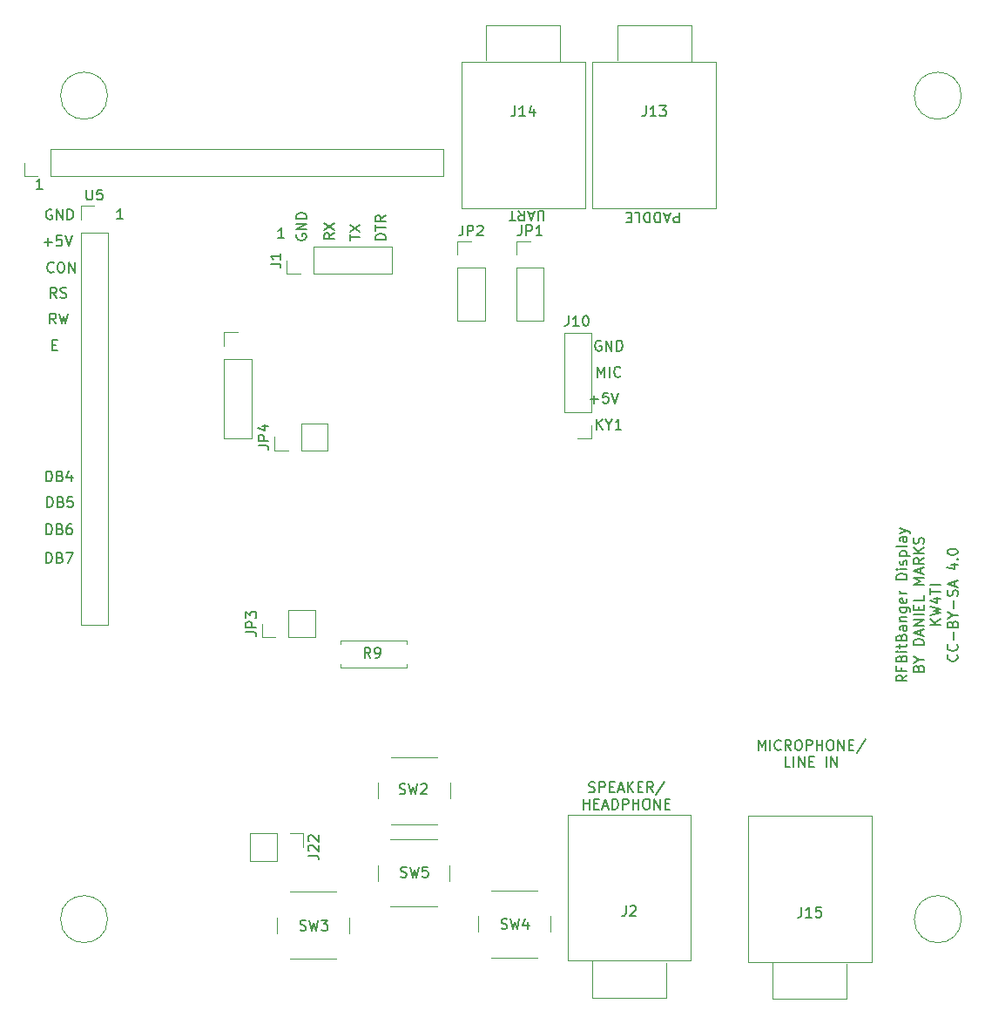
<source format=gbr>
G04 #@! TF.FileFunction,Legend,Top*
%FSLAX46Y46*%
G04 Gerber Fmt 4.6, Leading zero omitted, Abs format (unit mm)*
G04 Created by KiCad (PCBNEW 4.0.7) date 01/19/22 20:21:00*
%MOMM*%
%LPD*%
G01*
G04 APERTURE LIST*
%ADD10C,0.100000*%
%ADD11C,0.150000*%
%ADD12C,0.120000*%
G04 APERTURE END LIST*
D10*
D11*
X90195238Y-72657619D02*
X90195238Y-71848095D01*
X90147619Y-71752857D01*
X90100000Y-71705238D01*
X90004762Y-71657619D01*
X89814285Y-71657619D01*
X89719047Y-71705238D01*
X89671428Y-71752857D01*
X89623809Y-71848095D01*
X89623809Y-72657619D01*
X89195238Y-71943333D02*
X88719047Y-71943333D01*
X89290476Y-71657619D02*
X88957143Y-72657619D01*
X88623809Y-71657619D01*
X87719047Y-71657619D02*
X88052381Y-72133810D01*
X88290476Y-71657619D02*
X88290476Y-72657619D01*
X87909523Y-72657619D01*
X87814285Y-72610000D01*
X87766666Y-72562381D01*
X87719047Y-72467143D01*
X87719047Y-72324286D01*
X87766666Y-72229048D01*
X87814285Y-72181429D01*
X87909523Y-72133810D01*
X88290476Y-72133810D01*
X87433333Y-72657619D02*
X86861904Y-72657619D01*
X87147619Y-71657619D02*
X87147619Y-72657619D01*
X103357619Y-71827619D02*
X103357619Y-72827619D01*
X102976666Y-72827619D01*
X102881428Y-72780000D01*
X102833809Y-72732381D01*
X102786190Y-72637143D01*
X102786190Y-72494286D01*
X102833809Y-72399048D01*
X102881428Y-72351429D01*
X102976666Y-72303810D01*
X103357619Y-72303810D01*
X102405238Y-72113333D02*
X101929047Y-72113333D01*
X102500476Y-71827619D02*
X102167143Y-72827619D01*
X101833809Y-71827619D01*
X101500476Y-71827619D02*
X101500476Y-72827619D01*
X101262381Y-72827619D01*
X101119523Y-72780000D01*
X101024285Y-72684762D01*
X100976666Y-72589524D01*
X100929047Y-72399048D01*
X100929047Y-72256190D01*
X100976666Y-72065714D01*
X101024285Y-71970476D01*
X101119523Y-71875238D01*
X101262381Y-71827619D01*
X101500476Y-71827619D01*
X100500476Y-71827619D02*
X100500476Y-72827619D01*
X100262381Y-72827619D01*
X100119523Y-72780000D01*
X100024285Y-72684762D01*
X99976666Y-72589524D01*
X99929047Y-72399048D01*
X99929047Y-72256190D01*
X99976666Y-72065714D01*
X100024285Y-71970476D01*
X100119523Y-71875238D01*
X100262381Y-71827619D01*
X100500476Y-71827619D01*
X99024285Y-71827619D02*
X99500476Y-71827619D01*
X99500476Y-72827619D01*
X98690952Y-72351429D02*
X98357618Y-72351429D01*
X98214761Y-71827619D02*
X98690952Y-71827619D01*
X98690952Y-72827619D01*
X98214761Y-72827619D01*
X111047143Y-124087381D02*
X111047143Y-123087381D01*
X111380477Y-123801667D01*
X111713810Y-123087381D01*
X111713810Y-124087381D01*
X112190000Y-124087381D02*
X112190000Y-123087381D01*
X113237619Y-123992143D02*
X113190000Y-124039762D01*
X113047143Y-124087381D01*
X112951905Y-124087381D01*
X112809047Y-124039762D01*
X112713809Y-123944524D01*
X112666190Y-123849286D01*
X112618571Y-123658810D01*
X112618571Y-123515952D01*
X112666190Y-123325476D01*
X112713809Y-123230238D01*
X112809047Y-123135000D01*
X112951905Y-123087381D01*
X113047143Y-123087381D01*
X113190000Y-123135000D01*
X113237619Y-123182619D01*
X114237619Y-124087381D02*
X113904285Y-123611190D01*
X113666190Y-124087381D02*
X113666190Y-123087381D01*
X114047143Y-123087381D01*
X114142381Y-123135000D01*
X114190000Y-123182619D01*
X114237619Y-123277857D01*
X114237619Y-123420714D01*
X114190000Y-123515952D01*
X114142381Y-123563571D01*
X114047143Y-123611190D01*
X113666190Y-123611190D01*
X114856666Y-123087381D02*
X115047143Y-123087381D01*
X115142381Y-123135000D01*
X115237619Y-123230238D01*
X115285238Y-123420714D01*
X115285238Y-123754048D01*
X115237619Y-123944524D01*
X115142381Y-124039762D01*
X115047143Y-124087381D01*
X114856666Y-124087381D01*
X114761428Y-124039762D01*
X114666190Y-123944524D01*
X114618571Y-123754048D01*
X114618571Y-123420714D01*
X114666190Y-123230238D01*
X114761428Y-123135000D01*
X114856666Y-123087381D01*
X115713809Y-124087381D02*
X115713809Y-123087381D01*
X116094762Y-123087381D01*
X116190000Y-123135000D01*
X116237619Y-123182619D01*
X116285238Y-123277857D01*
X116285238Y-123420714D01*
X116237619Y-123515952D01*
X116190000Y-123563571D01*
X116094762Y-123611190D01*
X115713809Y-123611190D01*
X116713809Y-124087381D02*
X116713809Y-123087381D01*
X116713809Y-123563571D02*
X117285238Y-123563571D01*
X117285238Y-124087381D02*
X117285238Y-123087381D01*
X117951904Y-123087381D02*
X118142381Y-123087381D01*
X118237619Y-123135000D01*
X118332857Y-123230238D01*
X118380476Y-123420714D01*
X118380476Y-123754048D01*
X118332857Y-123944524D01*
X118237619Y-124039762D01*
X118142381Y-124087381D01*
X117951904Y-124087381D01*
X117856666Y-124039762D01*
X117761428Y-123944524D01*
X117713809Y-123754048D01*
X117713809Y-123420714D01*
X117761428Y-123230238D01*
X117856666Y-123135000D01*
X117951904Y-123087381D01*
X118809047Y-124087381D02*
X118809047Y-123087381D01*
X119380476Y-124087381D01*
X119380476Y-123087381D01*
X119856666Y-123563571D02*
X120190000Y-123563571D01*
X120332857Y-124087381D02*
X119856666Y-124087381D01*
X119856666Y-123087381D01*
X120332857Y-123087381D01*
X121475714Y-123039762D02*
X120618571Y-124325476D01*
X114142382Y-125737381D02*
X113666191Y-125737381D01*
X113666191Y-124737381D01*
X114475715Y-125737381D02*
X114475715Y-124737381D01*
X114951905Y-125737381D02*
X114951905Y-124737381D01*
X115523334Y-125737381D01*
X115523334Y-124737381D01*
X115999524Y-125213571D02*
X116332858Y-125213571D01*
X116475715Y-125737381D02*
X115999524Y-125737381D01*
X115999524Y-124737381D01*
X116475715Y-124737381D01*
X117666191Y-125737381D02*
X117666191Y-124737381D01*
X118142381Y-125737381D02*
X118142381Y-124737381D01*
X118713810Y-125737381D01*
X118713810Y-124737381D01*
X94587143Y-128129762D02*
X94730000Y-128177381D01*
X94968096Y-128177381D01*
X95063334Y-128129762D01*
X95110953Y-128082143D01*
X95158572Y-127986905D01*
X95158572Y-127891667D01*
X95110953Y-127796429D01*
X95063334Y-127748810D01*
X94968096Y-127701190D01*
X94777619Y-127653571D01*
X94682381Y-127605952D01*
X94634762Y-127558333D01*
X94587143Y-127463095D01*
X94587143Y-127367857D01*
X94634762Y-127272619D01*
X94682381Y-127225000D01*
X94777619Y-127177381D01*
X95015715Y-127177381D01*
X95158572Y-127225000D01*
X95587143Y-128177381D02*
X95587143Y-127177381D01*
X95968096Y-127177381D01*
X96063334Y-127225000D01*
X96110953Y-127272619D01*
X96158572Y-127367857D01*
X96158572Y-127510714D01*
X96110953Y-127605952D01*
X96063334Y-127653571D01*
X95968096Y-127701190D01*
X95587143Y-127701190D01*
X96587143Y-127653571D02*
X96920477Y-127653571D01*
X97063334Y-128177381D02*
X96587143Y-128177381D01*
X96587143Y-127177381D01*
X97063334Y-127177381D01*
X97444286Y-127891667D02*
X97920477Y-127891667D01*
X97349048Y-128177381D02*
X97682381Y-127177381D01*
X98015715Y-128177381D01*
X98349048Y-128177381D02*
X98349048Y-127177381D01*
X98920477Y-128177381D02*
X98491905Y-127605952D01*
X98920477Y-127177381D02*
X98349048Y-127748810D01*
X99349048Y-127653571D02*
X99682382Y-127653571D01*
X99825239Y-128177381D02*
X99349048Y-128177381D01*
X99349048Y-127177381D01*
X99825239Y-127177381D01*
X100825239Y-128177381D02*
X100491905Y-127701190D01*
X100253810Y-128177381D02*
X100253810Y-127177381D01*
X100634763Y-127177381D01*
X100730001Y-127225000D01*
X100777620Y-127272619D01*
X100825239Y-127367857D01*
X100825239Y-127510714D01*
X100777620Y-127605952D01*
X100730001Y-127653571D01*
X100634763Y-127701190D01*
X100253810Y-127701190D01*
X101968096Y-127129762D02*
X101110953Y-128415476D01*
X94039524Y-129827381D02*
X94039524Y-128827381D01*
X94039524Y-129303571D02*
X94610953Y-129303571D01*
X94610953Y-129827381D02*
X94610953Y-128827381D01*
X95087143Y-129303571D02*
X95420477Y-129303571D01*
X95563334Y-129827381D02*
X95087143Y-129827381D01*
X95087143Y-128827381D01*
X95563334Y-128827381D01*
X95944286Y-129541667D02*
X96420477Y-129541667D01*
X95849048Y-129827381D02*
X96182381Y-128827381D01*
X96515715Y-129827381D01*
X96849048Y-129827381D02*
X96849048Y-128827381D01*
X97087143Y-128827381D01*
X97230001Y-128875000D01*
X97325239Y-128970238D01*
X97372858Y-129065476D01*
X97420477Y-129255952D01*
X97420477Y-129398810D01*
X97372858Y-129589286D01*
X97325239Y-129684524D01*
X97230001Y-129779762D01*
X97087143Y-129827381D01*
X96849048Y-129827381D01*
X97849048Y-129827381D02*
X97849048Y-128827381D01*
X98230001Y-128827381D01*
X98325239Y-128875000D01*
X98372858Y-128922619D01*
X98420477Y-129017857D01*
X98420477Y-129160714D01*
X98372858Y-129255952D01*
X98325239Y-129303571D01*
X98230001Y-129351190D01*
X97849048Y-129351190D01*
X98849048Y-129827381D02*
X98849048Y-128827381D01*
X98849048Y-129303571D02*
X99420477Y-129303571D01*
X99420477Y-129827381D02*
X99420477Y-128827381D01*
X100087143Y-128827381D02*
X100277620Y-128827381D01*
X100372858Y-128875000D01*
X100468096Y-128970238D01*
X100515715Y-129160714D01*
X100515715Y-129494048D01*
X100468096Y-129684524D01*
X100372858Y-129779762D01*
X100277620Y-129827381D01*
X100087143Y-129827381D01*
X99991905Y-129779762D01*
X99896667Y-129684524D01*
X99849048Y-129494048D01*
X99849048Y-129160714D01*
X99896667Y-128970238D01*
X99991905Y-128875000D01*
X100087143Y-128827381D01*
X100944286Y-129827381D02*
X100944286Y-128827381D01*
X101515715Y-129827381D01*
X101515715Y-128827381D01*
X101991905Y-129303571D02*
X102325239Y-129303571D01*
X102468096Y-129827381D02*
X101991905Y-129827381D01*
X101991905Y-128827381D01*
X102468096Y-128827381D01*
X41465715Y-69572381D02*
X40894286Y-69572381D01*
X41180000Y-69572381D02*
X41180000Y-68572381D01*
X41084762Y-68715238D01*
X40989524Y-68810476D01*
X40894286Y-68858095D01*
X95353333Y-92908381D02*
X95353333Y-91908381D01*
X95924762Y-92908381D02*
X95496190Y-92336952D01*
X95924762Y-91908381D02*
X95353333Y-92479810D01*
X96543809Y-92432190D02*
X96543809Y-92908381D01*
X96210476Y-91908381D02*
X96543809Y-92432190D01*
X96877143Y-91908381D01*
X97734286Y-92908381D02*
X97162857Y-92908381D01*
X97448571Y-92908381D02*
X97448571Y-91908381D01*
X97353333Y-92051238D01*
X97258095Y-92146476D01*
X97162857Y-92194095D01*
X95448572Y-87828381D02*
X95448572Y-86828381D01*
X95781906Y-87542667D01*
X96115239Y-86828381D01*
X96115239Y-87828381D01*
X96591429Y-87828381D02*
X96591429Y-86828381D01*
X97639048Y-87733143D02*
X97591429Y-87780762D01*
X97448572Y-87828381D01*
X97353334Y-87828381D01*
X97210476Y-87780762D01*
X97115238Y-87685524D01*
X97067619Y-87590286D01*
X97020000Y-87399810D01*
X97020000Y-87256952D01*
X97067619Y-87066476D01*
X97115238Y-86971238D01*
X97210476Y-86876000D01*
X97353334Y-86828381D01*
X97448572Y-86828381D01*
X97591429Y-86876000D01*
X97639048Y-86923619D01*
X95758096Y-84336000D02*
X95662858Y-84288381D01*
X95520001Y-84288381D01*
X95377143Y-84336000D01*
X95281905Y-84431238D01*
X95234286Y-84526476D01*
X95186667Y-84716952D01*
X95186667Y-84859810D01*
X95234286Y-85050286D01*
X95281905Y-85145524D01*
X95377143Y-85240762D01*
X95520001Y-85288381D01*
X95615239Y-85288381D01*
X95758096Y-85240762D01*
X95805715Y-85193143D01*
X95805715Y-84859810D01*
X95615239Y-84859810D01*
X96234286Y-85288381D02*
X96234286Y-84288381D01*
X96805715Y-85288381D01*
X96805715Y-84288381D01*
X97281905Y-85288381D02*
X97281905Y-84288381D01*
X97520000Y-84288381D01*
X97662858Y-84336000D01*
X97758096Y-84431238D01*
X97805715Y-84526476D01*
X97853334Y-84716952D01*
X97853334Y-84859810D01*
X97805715Y-85050286D01*
X97758096Y-85145524D01*
X97662858Y-85240762D01*
X97520000Y-85288381D01*
X97281905Y-85288381D01*
X94726286Y-89987429D02*
X95488191Y-89987429D01*
X95107239Y-90368381D02*
X95107239Y-89606476D01*
X96440572Y-89368381D02*
X95964381Y-89368381D01*
X95916762Y-89844571D01*
X95964381Y-89796952D01*
X96059619Y-89749333D01*
X96297715Y-89749333D01*
X96392953Y-89796952D01*
X96440572Y-89844571D01*
X96488191Y-89939810D01*
X96488191Y-90177905D01*
X96440572Y-90273143D01*
X96392953Y-90320762D01*
X96297715Y-90368381D01*
X96059619Y-90368381D01*
X95964381Y-90320762D01*
X95916762Y-90273143D01*
X96773905Y-89368381D02*
X97107238Y-90368381D01*
X97440572Y-89368381D01*
X42546905Y-77582143D02*
X42499286Y-77629762D01*
X42356429Y-77677381D01*
X42261191Y-77677381D01*
X42118333Y-77629762D01*
X42023095Y-77534524D01*
X41975476Y-77439286D01*
X41927857Y-77248810D01*
X41927857Y-77105952D01*
X41975476Y-76915476D01*
X42023095Y-76820238D01*
X42118333Y-76725000D01*
X42261191Y-76677381D01*
X42356429Y-76677381D01*
X42499286Y-76725000D01*
X42546905Y-76772619D01*
X43165952Y-76677381D02*
X43356429Y-76677381D01*
X43451667Y-76725000D01*
X43546905Y-76820238D01*
X43594524Y-77010714D01*
X43594524Y-77344048D01*
X43546905Y-77534524D01*
X43451667Y-77629762D01*
X43356429Y-77677381D01*
X43165952Y-77677381D01*
X43070714Y-77629762D01*
X42975476Y-77534524D01*
X42927857Y-77344048D01*
X42927857Y-77010714D01*
X42975476Y-76820238D01*
X43070714Y-76725000D01*
X43165952Y-76677381D01*
X44023095Y-77677381D02*
X44023095Y-76677381D01*
X44594524Y-77677381D01*
X44594524Y-76677381D01*
X41826905Y-105887381D02*
X41826905Y-104887381D01*
X42065000Y-104887381D01*
X42207858Y-104935000D01*
X42303096Y-105030238D01*
X42350715Y-105125476D01*
X42398334Y-105315952D01*
X42398334Y-105458810D01*
X42350715Y-105649286D01*
X42303096Y-105744524D01*
X42207858Y-105839762D01*
X42065000Y-105887381D01*
X41826905Y-105887381D01*
X43160239Y-105363571D02*
X43303096Y-105411190D01*
X43350715Y-105458810D01*
X43398334Y-105554048D01*
X43398334Y-105696905D01*
X43350715Y-105792143D01*
X43303096Y-105839762D01*
X43207858Y-105887381D01*
X42826905Y-105887381D01*
X42826905Y-104887381D01*
X43160239Y-104887381D01*
X43255477Y-104935000D01*
X43303096Y-104982619D01*
X43350715Y-105077857D01*
X43350715Y-105173095D01*
X43303096Y-105268333D01*
X43255477Y-105315952D01*
X43160239Y-105363571D01*
X42826905Y-105363571D01*
X43731667Y-104887381D02*
X44398334Y-104887381D01*
X43969762Y-105887381D01*
X41826905Y-103127381D02*
X41826905Y-102127381D01*
X42065000Y-102127381D01*
X42207858Y-102175000D01*
X42303096Y-102270238D01*
X42350715Y-102365476D01*
X42398334Y-102555952D01*
X42398334Y-102698810D01*
X42350715Y-102889286D01*
X42303096Y-102984524D01*
X42207858Y-103079762D01*
X42065000Y-103127381D01*
X41826905Y-103127381D01*
X43160239Y-102603571D02*
X43303096Y-102651190D01*
X43350715Y-102698810D01*
X43398334Y-102794048D01*
X43398334Y-102936905D01*
X43350715Y-103032143D01*
X43303096Y-103079762D01*
X43207858Y-103127381D01*
X42826905Y-103127381D01*
X42826905Y-102127381D01*
X43160239Y-102127381D01*
X43255477Y-102175000D01*
X43303096Y-102222619D01*
X43350715Y-102317857D01*
X43350715Y-102413095D01*
X43303096Y-102508333D01*
X43255477Y-102555952D01*
X43160239Y-102603571D01*
X42826905Y-102603571D01*
X44255477Y-102127381D02*
X44065000Y-102127381D01*
X43969762Y-102175000D01*
X43922143Y-102222619D01*
X43826905Y-102365476D01*
X43779286Y-102555952D01*
X43779286Y-102936905D01*
X43826905Y-103032143D01*
X43874524Y-103079762D01*
X43969762Y-103127381D01*
X44160239Y-103127381D01*
X44255477Y-103079762D01*
X44303096Y-103032143D01*
X44350715Y-102936905D01*
X44350715Y-102698810D01*
X44303096Y-102603571D01*
X44255477Y-102555952D01*
X44160239Y-102508333D01*
X43969762Y-102508333D01*
X43874524Y-102555952D01*
X43826905Y-102603571D01*
X43779286Y-102698810D01*
X41916905Y-100467381D02*
X41916905Y-99467381D01*
X42155000Y-99467381D01*
X42297858Y-99515000D01*
X42393096Y-99610238D01*
X42440715Y-99705476D01*
X42488334Y-99895952D01*
X42488334Y-100038810D01*
X42440715Y-100229286D01*
X42393096Y-100324524D01*
X42297858Y-100419762D01*
X42155000Y-100467381D01*
X41916905Y-100467381D01*
X43250239Y-99943571D02*
X43393096Y-99991190D01*
X43440715Y-100038810D01*
X43488334Y-100134048D01*
X43488334Y-100276905D01*
X43440715Y-100372143D01*
X43393096Y-100419762D01*
X43297858Y-100467381D01*
X42916905Y-100467381D01*
X42916905Y-99467381D01*
X43250239Y-99467381D01*
X43345477Y-99515000D01*
X43393096Y-99562619D01*
X43440715Y-99657857D01*
X43440715Y-99753095D01*
X43393096Y-99848333D01*
X43345477Y-99895952D01*
X43250239Y-99943571D01*
X42916905Y-99943571D01*
X44393096Y-99467381D02*
X43916905Y-99467381D01*
X43869286Y-99943571D01*
X43916905Y-99895952D01*
X44012143Y-99848333D01*
X44250239Y-99848333D01*
X44345477Y-99895952D01*
X44393096Y-99943571D01*
X44440715Y-100038810D01*
X44440715Y-100276905D01*
X44393096Y-100372143D01*
X44345477Y-100419762D01*
X44250239Y-100467381D01*
X44012143Y-100467381D01*
X43916905Y-100419762D01*
X43869286Y-100372143D01*
X41826905Y-97977381D02*
X41826905Y-96977381D01*
X42065000Y-96977381D01*
X42207858Y-97025000D01*
X42303096Y-97120238D01*
X42350715Y-97215476D01*
X42398334Y-97405952D01*
X42398334Y-97548810D01*
X42350715Y-97739286D01*
X42303096Y-97834524D01*
X42207858Y-97929762D01*
X42065000Y-97977381D01*
X41826905Y-97977381D01*
X43160239Y-97453571D02*
X43303096Y-97501190D01*
X43350715Y-97548810D01*
X43398334Y-97644048D01*
X43398334Y-97786905D01*
X43350715Y-97882143D01*
X43303096Y-97929762D01*
X43207858Y-97977381D01*
X42826905Y-97977381D01*
X42826905Y-96977381D01*
X43160239Y-96977381D01*
X43255477Y-97025000D01*
X43303096Y-97072619D01*
X43350715Y-97167857D01*
X43350715Y-97263095D01*
X43303096Y-97358333D01*
X43255477Y-97405952D01*
X43160239Y-97453571D01*
X42826905Y-97453571D01*
X44255477Y-97310714D02*
X44255477Y-97977381D01*
X44017381Y-96929762D02*
X43779286Y-97644048D01*
X44398334Y-97644048D01*
X42763096Y-82647381D02*
X42429762Y-82171190D01*
X42191667Y-82647381D02*
X42191667Y-81647381D01*
X42572620Y-81647381D01*
X42667858Y-81695000D01*
X42715477Y-81742619D01*
X42763096Y-81837857D01*
X42763096Y-81980714D01*
X42715477Y-82075952D01*
X42667858Y-82123571D01*
X42572620Y-82171190D01*
X42191667Y-82171190D01*
X43096429Y-81647381D02*
X43334524Y-82647381D01*
X43525001Y-81933095D01*
X43715477Y-82647381D01*
X43953572Y-81647381D01*
X42450714Y-84723571D02*
X42784048Y-84723571D01*
X42926905Y-85247381D02*
X42450714Y-85247381D01*
X42450714Y-84247381D01*
X42926905Y-84247381D01*
X42828334Y-80137381D02*
X42495000Y-79661190D01*
X42256905Y-80137381D02*
X42256905Y-79137381D01*
X42637858Y-79137381D01*
X42733096Y-79185000D01*
X42780715Y-79232619D01*
X42828334Y-79327857D01*
X42828334Y-79470714D01*
X42780715Y-79565952D01*
X42733096Y-79613571D01*
X42637858Y-79661190D01*
X42256905Y-79661190D01*
X43209286Y-80089762D02*
X43352143Y-80137381D01*
X43590239Y-80137381D01*
X43685477Y-80089762D01*
X43733096Y-80042143D01*
X43780715Y-79946905D01*
X43780715Y-79851667D01*
X43733096Y-79756429D01*
X43685477Y-79708810D01*
X43590239Y-79661190D01*
X43399762Y-79613571D01*
X43304524Y-79565952D01*
X43256905Y-79518333D01*
X43209286Y-79423095D01*
X43209286Y-79327857D01*
X43256905Y-79232619D01*
X43304524Y-79185000D01*
X43399762Y-79137381D01*
X43637858Y-79137381D01*
X43780715Y-79185000D01*
X125487381Y-116789524D02*
X125011190Y-117122858D01*
X125487381Y-117360953D02*
X124487381Y-117360953D01*
X124487381Y-116980000D01*
X124535000Y-116884762D01*
X124582619Y-116837143D01*
X124677857Y-116789524D01*
X124820714Y-116789524D01*
X124915952Y-116837143D01*
X124963571Y-116884762D01*
X125011190Y-116980000D01*
X125011190Y-117360953D01*
X124963571Y-116027619D02*
X124963571Y-116360953D01*
X125487381Y-116360953D02*
X124487381Y-116360953D01*
X124487381Y-115884762D01*
X124963571Y-115170476D02*
X125011190Y-115027619D01*
X125058810Y-114980000D01*
X125154048Y-114932381D01*
X125296905Y-114932381D01*
X125392143Y-114980000D01*
X125439762Y-115027619D01*
X125487381Y-115122857D01*
X125487381Y-115503810D01*
X124487381Y-115503810D01*
X124487381Y-115170476D01*
X124535000Y-115075238D01*
X124582619Y-115027619D01*
X124677857Y-114980000D01*
X124773095Y-114980000D01*
X124868333Y-115027619D01*
X124915952Y-115075238D01*
X124963571Y-115170476D01*
X124963571Y-115503810D01*
X125487381Y-114503810D02*
X124820714Y-114503810D01*
X124487381Y-114503810D02*
X124535000Y-114551429D01*
X124582619Y-114503810D01*
X124535000Y-114456191D01*
X124487381Y-114503810D01*
X124582619Y-114503810D01*
X124820714Y-114170477D02*
X124820714Y-113789525D01*
X124487381Y-114027620D02*
X125344524Y-114027620D01*
X125439762Y-113980001D01*
X125487381Y-113884763D01*
X125487381Y-113789525D01*
X124963571Y-113122857D02*
X125011190Y-112980000D01*
X125058810Y-112932381D01*
X125154048Y-112884762D01*
X125296905Y-112884762D01*
X125392143Y-112932381D01*
X125439762Y-112980000D01*
X125487381Y-113075238D01*
X125487381Y-113456191D01*
X124487381Y-113456191D01*
X124487381Y-113122857D01*
X124535000Y-113027619D01*
X124582619Y-112980000D01*
X124677857Y-112932381D01*
X124773095Y-112932381D01*
X124868333Y-112980000D01*
X124915952Y-113027619D01*
X124963571Y-113122857D01*
X124963571Y-113456191D01*
X125487381Y-112027619D02*
X124963571Y-112027619D01*
X124868333Y-112075238D01*
X124820714Y-112170476D01*
X124820714Y-112360953D01*
X124868333Y-112456191D01*
X125439762Y-112027619D02*
X125487381Y-112122857D01*
X125487381Y-112360953D01*
X125439762Y-112456191D01*
X125344524Y-112503810D01*
X125249286Y-112503810D01*
X125154048Y-112456191D01*
X125106429Y-112360953D01*
X125106429Y-112122857D01*
X125058810Y-112027619D01*
X124820714Y-111551429D02*
X125487381Y-111551429D01*
X124915952Y-111551429D02*
X124868333Y-111503810D01*
X124820714Y-111408572D01*
X124820714Y-111265714D01*
X124868333Y-111170476D01*
X124963571Y-111122857D01*
X125487381Y-111122857D01*
X124820714Y-110218095D02*
X125630238Y-110218095D01*
X125725476Y-110265714D01*
X125773095Y-110313333D01*
X125820714Y-110408572D01*
X125820714Y-110551429D01*
X125773095Y-110646667D01*
X125439762Y-110218095D02*
X125487381Y-110313333D01*
X125487381Y-110503810D01*
X125439762Y-110599048D01*
X125392143Y-110646667D01*
X125296905Y-110694286D01*
X125011190Y-110694286D01*
X124915952Y-110646667D01*
X124868333Y-110599048D01*
X124820714Y-110503810D01*
X124820714Y-110313333D01*
X124868333Y-110218095D01*
X125439762Y-109360952D02*
X125487381Y-109456190D01*
X125487381Y-109646667D01*
X125439762Y-109741905D01*
X125344524Y-109789524D01*
X124963571Y-109789524D01*
X124868333Y-109741905D01*
X124820714Y-109646667D01*
X124820714Y-109456190D01*
X124868333Y-109360952D01*
X124963571Y-109313333D01*
X125058810Y-109313333D01*
X125154048Y-109789524D01*
X125487381Y-108884762D02*
X124820714Y-108884762D01*
X125011190Y-108884762D02*
X124915952Y-108837143D01*
X124868333Y-108789524D01*
X124820714Y-108694286D01*
X124820714Y-108599047D01*
X125487381Y-107503809D02*
X124487381Y-107503809D01*
X124487381Y-107265714D01*
X124535000Y-107122856D01*
X124630238Y-107027618D01*
X124725476Y-106979999D01*
X124915952Y-106932380D01*
X125058810Y-106932380D01*
X125249286Y-106979999D01*
X125344524Y-107027618D01*
X125439762Y-107122856D01*
X125487381Y-107265714D01*
X125487381Y-107503809D01*
X125487381Y-106503809D02*
X124820714Y-106503809D01*
X124487381Y-106503809D02*
X124535000Y-106551428D01*
X124582619Y-106503809D01*
X124535000Y-106456190D01*
X124487381Y-106503809D01*
X124582619Y-106503809D01*
X125439762Y-106075238D02*
X125487381Y-105980000D01*
X125487381Y-105789524D01*
X125439762Y-105694285D01*
X125344524Y-105646666D01*
X125296905Y-105646666D01*
X125201667Y-105694285D01*
X125154048Y-105789524D01*
X125154048Y-105932381D01*
X125106429Y-106027619D01*
X125011190Y-106075238D01*
X124963571Y-106075238D01*
X124868333Y-106027619D01*
X124820714Y-105932381D01*
X124820714Y-105789524D01*
X124868333Y-105694285D01*
X124820714Y-105218095D02*
X125820714Y-105218095D01*
X124868333Y-105218095D02*
X124820714Y-105122857D01*
X124820714Y-104932380D01*
X124868333Y-104837142D01*
X124915952Y-104789523D01*
X125011190Y-104741904D01*
X125296905Y-104741904D01*
X125392143Y-104789523D01*
X125439762Y-104837142D01*
X125487381Y-104932380D01*
X125487381Y-105122857D01*
X125439762Y-105218095D01*
X125487381Y-104170476D02*
X125439762Y-104265714D01*
X125344524Y-104313333D01*
X124487381Y-104313333D01*
X125487381Y-103360951D02*
X124963571Y-103360951D01*
X124868333Y-103408570D01*
X124820714Y-103503808D01*
X124820714Y-103694285D01*
X124868333Y-103789523D01*
X125439762Y-103360951D02*
X125487381Y-103456189D01*
X125487381Y-103694285D01*
X125439762Y-103789523D01*
X125344524Y-103837142D01*
X125249286Y-103837142D01*
X125154048Y-103789523D01*
X125106429Y-103694285D01*
X125106429Y-103456189D01*
X125058810Y-103360951D01*
X124820714Y-102979999D02*
X125487381Y-102741904D01*
X124820714Y-102503808D02*
X125487381Y-102741904D01*
X125725476Y-102837142D01*
X125773095Y-102884761D01*
X125820714Y-102979999D01*
X126613571Y-116122857D02*
X126661190Y-115980000D01*
X126708810Y-115932381D01*
X126804048Y-115884762D01*
X126946905Y-115884762D01*
X127042143Y-115932381D01*
X127089762Y-115980000D01*
X127137381Y-116075238D01*
X127137381Y-116456191D01*
X126137381Y-116456191D01*
X126137381Y-116122857D01*
X126185000Y-116027619D01*
X126232619Y-115980000D01*
X126327857Y-115932381D01*
X126423095Y-115932381D01*
X126518333Y-115980000D01*
X126565952Y-116027619D01*
X126613571Y-116122857D01*
X126613571Y-116456191D01*
X126661190Y-115265715D02*
X127137381Y-115265715D01*
X126137381Y-115599048D02*
X126661190Y-115265715D01*
X126137381Y-114932381D01*
X127137381Y-113837143D02*
X126137381Y-113837143D01*
X126137381Y-113599048D01*
X126185000Y-113456190D01*
X126280238Y-113360952D01*
X126375476Y-113313333D01*
X126565952Y-113265714D01*
X126708810Y-113265714D01*
X126899286Y-113313333D01*
X126994524Y-113360952D01*
X127089762Y-113456190D01*
X127137381Y-113599048D01*
X127137381Y-113837143D01*
X126851667Y-112884762D02*
X126851667Y-112408571D01*
X127137381Y-112980000D02*
X126137381Y-112646667D01*
X127137381Y-112313333D01*
X127137381Y-111980000D02*
X126137381Y-111980000D01*
X127137381Y-111408571D01*
X126137381Y-111408571D01*
X127137381Y-110932381D02*
X126137381Y-110932381D01*
X126613571Y-110456191D02*
X126613571Y-110122857D01*
X127137381Y-109980000D02*
X127137381Y-110456191D01*
X126137381Y-110456191D01*
X126137381Y-109980000D01*
X127137381Y-109075238D02*
X127137381Y-109551429D01*
X126137381Y-109551429D01*
X127137381Y-107980000D02*
X126137381Y-107980000D01*
X126851667Y-107646666D01*
X126137381Y-107313333D01*
X127137381Y-107313333D01*
X126851667Y-106884762D02*
X126851667Y-106408571D01*
X127137381Y-106980000D02*
X126137381Y-106646667D01*
X127137381Y-106313333D01*
X127137381Y-105408571D02*
X126661190Y-105741905D01*
X127137381Y-105980000D02*
X126137381Y-105980000D01*
X126137381Y-105599047D01*
X126185000Y-105503809D01*
X126232619Y-105456190D01*
X126327857Y-105408571D01*
X126470714Y-105408571D01*
X126565952Y-105456190D01*
X126613571Y-105503809D01*
X126661190Y-105599047D01*
X126661190Y-105980000D01*
X127137381Y-104980000D02*
X126137381Y-104980000D01*
X127137381Y-104408571D02*
X126565952Y-104837143D01*
X126137381Y-104408571D02*
X126708810Y-104980000D01*
X127089762Y-104027619D02*
X127137381Y-103884762D01*
X127137381Y-103646666D01*
X127089762Y-103551428D01*
X127042143Y-103503809D01*
X126946905Y-103456190D01*
X126851667Y-103456190D01*
X126756429Y-103503809D01*
X126708810Y-103551428D01*
X126661190Y-103646666D01*
X126613571Y-103837143D01*
X126565952Y-103932381D01*
X126518333Y-103980000D01*
X126423095Y-104027619D01*
X126327857Y-104027619D01*
X126232619Y-103980000D01*
X126185000Y-103932381D01*
X126137381Y-103837143D01*
X126137381Y-103599047D01*
X126185000Y-103456190D01*
X128787381Y-111908571D02*
X127787381Y-111908571D01*
X128787381Y-111337142D02*
X128215952Y-111765714D01*
X127787381Y-111337142D02*
X128358810Y-111908571D01*
X127787381Y-111003809D02*
X128787381Y-110765714D01*
X128073095Y-110575237D01*
X128787381Y-110384761D01*
X127787381Y-110146666D01*
X128120714Y-109337142D02*
X128787381Y-109337142D01*
X127739762Y-109575238D02*
X128454048Y-109813333D01*
X128454048Y-109194285D01*
X127787381Y-108956190D02*
X127787381Y-108384761D01*
X128787381Y-108670476D02*
X127787381Y-108670476D01*
X128787381Y-108051428D02*
X127787381Y-108051428D01*
X130342143Y-114813333D02*
X130389762Y-114860952D01*
X130437381Y-115003809D01*
X130437381Y-115099047D01*
X130389762Y-115241905D01*
X130294524Y-115337143D01*
X130199286Y-115384762D01*
X130008810Y-115432381D01*
X129865952Y-115432381D01*
X129675476Y-115384762D01*
X129580238Y-115337143D01*
X129485000Y-115241905D01*
X129437381Y-115099047D01*
X129437381Y-115003809D01*
X129485000Y-114860952D01*
X129532619Y-114813333D01*
X130342143Y-113813333D02*
X130389762Y-113860952D01*
X130437381Y-114003809D01*
X130437381Y-114099047D01*
X130389762Y-114241905D01*
X130294524Y-114337143D01*
X130199286Y-114384762D01*
X130008810Y-114432381D01*
X129865952Y-114432381D01*
X129675476Y-114384762D01*
X129580238Y-114337143D01*
X129485000Y-114241905D01*
X129437381Y-114099047D01*
X129437381Y-114003809D01*
X129485000Y-113860952D01*
X129532619Y-113813333D01*
X130056429Y-113384762D02*
X130056429Y-112622857D01*
X129913571Y-111813333D02*
X129961190Y-111670476D01*
X130008810Y-111622857D01*
X130104048Y-111575238D01*
X130246905Y-111575238D01*
X130342143Y-111622857D01*
X130389762Y-111670476D01*
X130437381Y-111765714D01*
X130437381Y-112146667D01*
X129437381Y-112146667D01*
X129437381Y-111813333D01*
X129485000Y-111718095D01*
X129532619Y-111670476D01*
X129627857Y-111622857D01*
X129723095Y-111622857D01*
X129818333Y-111670476D01*
X129865952Y-111718095D01*
X129913571Y-111813333D01*
X129913571Y-112146667D01*
X129961190Y-110956191D02*
X130437381Y-110956191D01*
X129437381Y-111289524D02*
X129961190Y-110956191D01*
X129437381Y-110622857D01*
X130056429Y-110289524D02*
X130056429Y-109527619D01*
X130389762Y-109099048D02*
X130437381Y-108956191D01*
X130437381Y-108718095D01*
X130389762Y-108622857D01*
X130342143Y-108575238D01*
X130246905Y-108527619D01*
X130151667Y-108527619D01*
X130056429Y-108575238D01*
X130008810Y-108622857D01*
X129961190Y-108718095D01*
X129913571Y-108908572D01*
X129865952Y-109003810D01*
X129818333Y-109051429D01*
X129723095Y-109099048D01*
X129627857Y-109099048D01*
X129532619Y-109051429D01*
X129485000Y-109003810D01*
X129437381Y-108908572D01*
X129437381Y-108670476D01*
X129485000Y-108527619D01*
X130151667Y-108146667D02*
X130151667Y-107670476D01*
X130437381Y-108241905D02*
X129437381Y-107908572D01*
X130437381Y-107575238D01*
X129770714Y-106051428D02*
X130437381Y-106051428D01*
X129389762Y-106289524D02*
X130104048Y-106527619D01*
X130104048Y-105908571D01*
X130342143Y-105527619D02*
X130389762Y-105480000D01*
X130437381Y-105527619D01*
X130389762Y-105575238D01*
X130342143Y-105527619D01*
X130437381Y-105527619D01*
X129437381Y-104860953D02*
X129437381Y-104765714D01*
X129485000Y-104670476D01*
X129532619Y-104622857D01*
X129627857Y-104575238D01*
X129818333Y-104527619D01*
X130056429Y-104527619D01*
X130246905Y-104575238D01*
X130342143Y-104622857D01*
X130389762Y-104670476D01*
X130437381Y-104765714D01*
X130437381Y-104860953D01*
X130389762Y-104956191D01*
X130342143Y-105003810D01*
X130246905Y-105051429D01*
X130056429Y-105099048D01*
X129818333Y-105099048D01*
X129627857Y-105051429D01*
X129532619Y-105003810D01*
X129485000Y-104956191D01*
X129437381Y-104860953D01*
X64940715Y-74327381D02*
X64369286Y-74327381D01*
X64655000Y-74327381D02*
X64655000Y-73327381D01*
X64559762Y-73470238D01*
X64464524Y-73565476D01*
X64369286Y-73613095D01*
X49285715Y-72452381D02*
X48714286Y-72452381D01*
X49000000Y-72452381D02*
X49000000Y-71452381D01*
X48904762Y-71595238D01*
X48809524Y-71690476D01*
X48714286Y-71738095D01*
X69827381Y-73851666D02*
X69351190Y-74185000D01*
X69827381Y-74423095D02*
X68827381Y-74423095D01*
X68827381Y-74042142D01*
X68875000Y-73946904D01*
X68922619Y-73899285D01*
X69017857Y-73851666D01*
X69160714Y-73851666D01*
X69255952Y-73899285D01*
X69303571Y-73946904D01*
X69351190Y-74042142D01*
X69351190Y-74423095D01*
X68827381Y-73518333D02*
X69827381Y-72851666D01*
X68827381Y-72851666D02*
X69827381Y-73518333D01*
X71327381Y-74546905D02*
X71327381Y-73975476D01*
X72327381Y-74261191D02*
X71327381Y-74261191D01*
X71327381Y-73737381D02*
X72327381Y-73070714D01*
X71327381Y-73070714D02*
X72327381Y-73737381D01*
X66170000Y-73971904D02*
X66122381Y-74067142D01*
X66122381Y-74209999D01*
X66170000Y-74352857D01*
X66265238Y-74448095D01*
X66360476Y-74495714D01*
X66550952Y-74543333D01*
X66693810Y-74543333D01*
X66884286Y-74495714D01*
X66979524Y-74448095D01*
X67074762Y-74352857D01*
X67122381Y-74209999D01*
X67122381Y-74114761D01*
X67074762Y-73971904D01*
X67027143Y-73924285D01*
X66693810Y-73924285D01*
X66693810Y-74114761D01*
X67122381Y-73495714D02*
X66122381Y-73495714D01*
X67122381Y-72924285D01*
X66122381Y-72924285D01*
X67122381Y-72448095D02*
X66122381Y-72448095D01*
X66122381Y-72210000D01*
X66170000Y-72067142D01*
X66265238Y-71971904D01*
X66360476Y-71924285D01*
X66550952Y-71876666D01*
X66693810Y-71876666D01*
X66884286Y-71924285D01*
X66979524Y-71971904D01*
X67074762Y-72067142D01*
X67122381Y-72210000D01*
X67122381Y-72448095D01*
X74822381Y-74472857D02*
X73822381Y-74472857D01*
X73822381Y-74234762D01*
X73870000Y-74091904D01*
X73965238Y-73996666D01*
X74060476Y-73949047D01*
X74250952Y-73901428D01*
X74393810Y-73901428D01*
X74584286Y-73949047D01*
X74679524Y-73996666D01*
X74774762Y-74091904D01*
X74822381Y-74234762D01*
X74822381Y-74472857D01*
X73822381Y-73615714D02*
X73822381Y-73044285D01*
X74822381Y-73330000D02*
X73822381Y-73330000D01*
X74822381Y-72139523D02*
X74346190Y-72472857D01*
X74822381Y-72710952D02*
X73822381Y-72710952D01*
X73822381Y-72329999D01*
X73870000Y-72234761D01*
X73917619Y-72187142D01*
X74012857Y-72139523D01*
X74155714Y-72139523D01*
X74250952Y-72187142D01*
X74298571Y-72234761D01*
X74346190Y-72329999D01*
X74346190Y-72710952D01*
X41619286Y-74706429D02*
X42381191Y-74706429D01*
X42000239Y-75087381D02*
X42000239Y-74325476D01*
X43333572Y-74087381D02*
X42857381Y-74087381D01*
X42809762Y-74563571D01*
X42857381Y-74515952D01*
X42952619Y-74468333D01*
X43190715Y-74468333D01*
X43285953Y-74515952D01*
X43333572Y-74563571D01*
X43381191Y-74658810D01*
X43381191Y-74896905D01*
X43333572Y-74992143D01*
X43285953Y-75039762D01*
X43190715Y-75087381D01*
X42952619Y-75087381D01*
X42857381Y-75039762D01*
X42809762Y-74992143D01*
X43666905Y-74087381D02*
X44000238Y-75087381D01*
X44333572Y-74087381D01*
X42363096Y-71585000D02*
X42267858Y-71537381D01*
X42125001Y-71537381D01*
X41982143Y-71585000D01*
X41886905Y-71680238D01*
X41839286Y-71775476D01*
X41791667Y-71965952D01*
X41791667Y-72108810D01*
X41839286Y-72299286D01*
X41886905Y-72394524D01*
X41982143Y-72489762D01*
X42125001Y-72537381D01*
X42220239Y-72537381D01*
X42363096Y-72489762D01*
X42410715Y-72442143D01*
X42410715Y-72108810D01*
X42220239Y-72108810D01*
X42839286Y-72537381D02*
X42839286Y-71537381D01*
X43410715Y-72537381D01*
X43410715Y-71537381D01*
X43886905Y-72537381D02*
X43886905Y-71537381D01*
X44125000Y-71537381D01*
X44267858Y-71585000D01*
X44363096Y-71680238D01*
X44410715Y-71775476D01*
X44458334Y-71965952D01*
X44458334Y-72108810D01*
X44410715Y-72299286D01*
X44363096Y-72394524D01*
X44267858Y-72489762D01*
X44125000Y-72537381D01*
X43886905Y-72537381D01*
D12*
X75330000Y-131270000D02*
X79830000Y-131270000D01*
X74080000Y-127270000D02*
X74080000Y-128770000D01*
X79830000Y-124770000D02*
X75330000Y-124770000D01*
X81080000Y-128770000D02*
X81080000Y-127270000D01*
X65540000Y-144360000D02*
X70040000Y-144360000D01*
X64290000Y-140360000D02*
X64290000Y-141860000D01*
X70040000Y-137860000D02*
X65540000Y-137860000D01*
X71290000Y-141860000D02*
X71290000Y-140360000D01*
X85090000Y-144220000D02*
X89590000Y-144220000D01*
X83840000Y-140220000D02*
X83840000Y-141720000D01*
X89590000Y-137720000D02*
X85090000Y-137720000D01*
X90840000Y-141720000D02*
X90840000Y-140220000D01*
X75300000Y-139270000D02*
X79800000Y-139270000D01*
X74050000Y-135270000D02*
X74050000Y-136770000D01*
X79800000Y-132770000D02*
X75300000Y-132770000D01*
X81050000Y-136770000D02*
X81050000Y-135270000D01*
X45170000Y-111930000D02*
X47830000Y-111930000D01*
X45170000Y-73770000D02*
X45170000Y-111930000D01*
X47830000Y-73770000D02*
X47830000Y-111930000D01*
X45170000Y-73770000D02*
X47830000Y-73770000D01*
X45170000Y-72500000D02*
X45170000Y-71170000D01*
X45170000Y-71170000D02*
X46500000Y-71170000D01*
X47786000Y-60500000D02*
G75*
G03X47786000Y-60500000I-2286000J0D01*
G01*
X47786000Y-140500000D02*
G75*
G03X47786000Y-140500000I-2286000J0D01*
G01*
X94830000Y-83550000D02*
X92170000Y-83550000D01*
X94830000Y-91230000D02*
X94830000Y-83550000D01*
X92170000Y-91230000D02*
X92170000Y-83550000D01*
X94830000Y-91230000D02*
X92170000Y-91230000D01*
X94830000Y-92500000D02*
X94830000Y-93830000D01*
X94830000Y-93830000D02*
X93500000Y-93830000D01*
X59122000Y-93786000D02*
X61782000Y-93786000D01*
X59122000Y-86106000D02*
X59122000Y-93786000D01*
X61782000Y-86106000D02*
X61782000Y-93786000D01*
X59122000Y-86106000D02*
X61782000Y-86106000D01*
X59122000Y-84836000D02*
X59122000Y-83506000D01*
X59122000Y-83506000D02*
X60452000Y-83506000D01*
X130786000Y-60500000D02*
G75*
G03X130786000Y-60500000I-2286000J0D01*
G01*
X130786000Y-140500000D02*
G75*
G03X130786000Y-140500000I-2286000J0D01*
G01*
X61630000Y-132170000D02*
X61630000Y-134830000D01*
X64230000Y-132170000D02*
X61630000Y-132170000D01*
X64230000Y-134830000D02*
X61630000Y-134830000D01*
X64230000Y-132170000D02*
X64230000Y-134830000D01*
X65500000Y-132170000D02*
X66830000Y-132170000D01*
X66830000Y-132170000D02*
X66830000Y-133500000D01*
X75450000Y-77830000D02*
X75450000Y-75170000D01*
X67770000Y-77830000D02*
X75450000Y-77830000D01*
X67770000Y-75170000D02*
X75450000Y-75170000D01*
X67770000Y-77830000D02*
X67770000Y-75170000D01*
X66500000Y-77830000D02*
X65170000Y-77830000D01*
X65170000Y-77830000D02*
X65170000Y-76500000D01*
X80430000Y-68330000D02*
X80430000Y-65670000D01*
X42270000Y-68330000D02*
X80430000Y-68330000D01*
X42270000Y-65670000D02*
X80430000Y-65670000D01*
X42270000Y-68330000D02*
X42270000Y-65670000D01*
X41000000Y-68330000D02*
X39670000Y-68330000D01*
X39670000Y-68330000D02*
X39670000Y-67000000D01*
D10*
X102100000Y-144750000D02*
X102100000Y-148150000D01*
X102100000Y-148150000D02*
X94900000Y-148150000D01*
X94900000Y-148150000D02*
X94900000Y-144550000D01*
X98500000Y-144550000D02*
X104500000Y-144550000D01*
X104500000Y-144550000D02*
X104500000Y-130350000D01*
X104500000Y-130350000D02*
X92500000Y-130350000D01*
X92500000Y-130350000D02*
X92500000Y-144550000D01*
X92500000Y-144550000D02*
X98500000Y-144550000D01*
X97330000Y-57030000D02*
X97330000Y-53630000D01*
X97330000Y-53630000D02*
X104530000Y-53630000D01*
X104530000Y-53630000D02*
X104530000Y-57230000D01*
X100930000Y-57230000D02*
X94930000Y-57230000D01*
X94930000Y-57230000D02*
X94930000Y-71430000D01*
X94930000Y-71430000D02*
X106930000Y-71430000D01*
X106930000Y-71430000D02*
X106930000Y-57230000D01*
X106930000Y-57230000D02*
X100930000Y-57230000D01*
X84600000Y-57030000D02*
X84600000Y-53630000D01*
X84600000Y-53630000D02*
X91800000Y-53630000D01*
X91800000Y-53630000D02*
X91800000Y-57230000D01*
X88200000Y-57230000D02*
X82200000Y-57230000D01*
X82200000Y-57230000D02*
X82200000Y-71430000D01*
X82200000Y-71430000D02*
X94200000Y-71430000D01*
X94200000Y-71430000D02*
X94200000Y-57230000D01*
X94200000Y-57230000D02*
X88200000Y-57230000D01*
D12*
X87530000Y-82370000D02*
X90190000Y-82370000D01*
X87530000Y-77230000D02*
X87530000Y-82370000D01*
X90190000Y-77230000D02*
X90190000Y-82370000D01*
X87530000Y-77230000D02*
X90190000Y-77230000D01*
X87530000Y-75960000D02*
X87530000Y-74630000D01*
X87530000Y-74630000D02*
X88860000Y-74630000D01*
X81800000Y-82380000D02*
X84460000Y-82380000D01*
X81800000Y-77240000D02*
X81800000Y-82380000D01*
X84460000Y-77240000D02*
X84460000Y-82380000D01*
X81800000Y-77240000D02*
X84460000Y-77240000D01*
X81800000Y-75970000D02*
X81800000Y-74640000D01*
X81800000Y-74640000D02*
X83130000Y-74640000D01*
D10*
X119650000Y-144870000D02*
X119650000Y-148270000D01*
X119650000Y-148270000D02*
X112450000Y-148270000D01*
X112450000Y-148270000D02*
X112450000Y-144670000D01*
X116050000Y-144670000D02*
X122050000Y-144670000D01*
X122050000Y-144670000D02*
X122050000Y-130470000D01*
X122050000Y-130470000D02*
X110050000Y-130470000D01*
X110050000Y-130470000D02*
X110050000Y-144670000D01*
X110050000Y-144670000D02*
X116050000Y-144670000D01*
D12*
X67990000Y-113120000D02*
X67990000Y-110460000D01*
X65390000Y-113120000D02*
X67990000Y-113120000D01*
X65390000Y-110460000D02*
X67990000Y-110460000D01*
X65390000Y-113120000D02*
X65390000Y-110460000D01*
X64120000Y-113120000D02*
X62790000Y-113120000D01*
X62790000Y-113120000D02*
X62790000Y-111790000D01*
X69190000Y-94980000D02*
X69190000Y-92320000D01*
X66590000Y-94980000D02*
X69190000Y-94980000D01*
X66590000Y-92320000D02*
X69190000Y-92320000D01*
X66590000Y-94980000D02*
X66590000Y-92320000D01*
X65320000Y-94980000D02*
X63990000Y-94980000D01*
X63990000Y-94980000D02*
X63990000Y-93650000D01*
X70440000Y-113740000D02*
X70440000Y-113410000D01*
X70440000Y-113410000D02*
X76860000Y-113410000D01*
X76860000Y-113410000D02*
X76860000Y-113740000D01*
X70440000Y-115700000D02*
X70440000Y-116030000D01*
X70440000Y-116030000D02*
X76860000Y-116030000D01*
X76860000Y-116030000D02*
X76860000Y-115700000D01*
D11*
X76156667Y-128304762D02*
X76299524Y-128352381D01*
X76537620Y-128352381D01*
X76632858Y-128304762D01*
X76680477Y-128257143D01*
X76728096Y-128161905D01*
X76728096Y-128066667D01*
X76680477Y-127971429D01*
X76632858Y-127923810D01*
X76537620Y-127876190D01*
X76347143Y-127828571D01*
X76251905Y-127780952D01*
X76204286Y-127733333D01*
X76156667Y-127638095D01*
X76156667Y-127542857D01*
X76204286Y-127447619D01*
X76251905Y-127400000D01*
X76347143Y-127352381D01*
X76585239Y-127352381D01*
X76728096Y-127400000D01*
X77061429Y-127352381D02*
X77299524Y-128352381D01*
X77490001Y-127638095D01*
X77680477Y-128352381D01*
X77918572Y-127352381D01*
X78251905Y-127447619D02*
X78299524Y-127400000D01*
X78394762Y-127352381D01*
X78632858Y-127352381D01*
X78728096Y-127400000D01*
X78775715Y-127447619D01*
X78823334Y-127542857D01*
X78823334Y-127638095D01*
X78775715Y-127780952D01*
X78204286Y-128352381D01*
X78823334Y-128352381D01*
X66508667Y-141550762D02*
X66651524Y-141598381D01*
X66889620Y-141598381D01*
X66984858Y-141550762D01*
X67032477Y-141503143D01*
X67080096Y-141407905D01*
X67080096Y-141312667D01*
X67032477Y-141217429D01*
X66984858Y-141169810D01*
X66889620Y-141122190D01*
X66699143Y-141074571D01*
X66603905Y-141026952D01*
X66556286Y-140979333D01*
X66508667Y-140884095D01*
X66508667Y-140788857D01*
X66556286Y-140693619D01*
X66603905Y-140646000D01*
X66699143Y-140598381D01*
X66937239Y-140598381D01*
X67080096Y-140646000D01*
X67413429Y-140598381D02*
X67651524Y-141598381D01*
X67842001Y-140884095D01*
X68032477Y-141598381D01*
X68270572Y-140598381D01*
X68556286Y-140598381D02*
X69175334Y-140598381D01*
X68842000Y-140979333D01*
X68984858Y-140979333D01*
X69080096Y-141026952D01*
X69127715Y-141074571D01*
X69175334Y-141169810D01*
X69175334Y-141407905D01*
X69127715Y-141503143D01*
X69080096Y-141550762D01*
X68984858Y-141598381D01*
X68699143Y-141598381D01*
X68603905Y-141550762D01*
X68556286Y-141503143D01*
X86058667Y-141410762D02*
X86201524Y-141458381D01*
X86439620Y-141458381D01*
X86534858Y-141410762D01*
X86582477Y-141363143D01*
X86630096Y-141267905D01*
X86630096Y-141172667D01*
X86582477Y-141077429D01*
X86534858Y-141029810D01*
X86439620Y-140982190D01*
X86249143Y-140934571D01*
X86153905Y-140886952D01*
X86106286Y-140839333D01*
X86058667Y-140744095D01*
X86058667Y-140648857D01*
X86106286Y-140553619D01*
X86153905Y-140506000D01*
X86249143Y-140458381D01*
X86487239Y-140458381D01*
X86630096Y-140506000D01*
X86963429Y-140458381D02*
X87201524Y-141458381D01*
X87392001Y-140744095D01*
X87582477Y-141458381D01*
X87820572Y-140458381D01*
X88630096Y-140791714D02*
X88630096Y-141458381D01*
X88392000Y-140410762D02*
X88153905Y-141125048D01*
X88772953Y-141125048D01*
X76286667Y-136384762D02*
X76429524Y-136432381D01*
X76667620Y-136432381D01*
X76762858Y-136384762D01*
X76810477Y-136337143D01*
X76858096Y-136241905D01*
X76858096Y-136146667D01*
X76810477Y-136051429D01*
X76762858Y-136003810D01*
X76667620Y-135956190D01*
X76477143Y-135908571D01*
X76381905Y-135860952D01*
X76334286Y-135813333D01*
X76286667Y-135718095D01*
X76286667Y-135622857D01*
X76334286Y-135527619D01*
X76381905Y-135480000D01*
X76477143Y-135432381D01*
X76715239Y-135432381D01*
X76858096Y-135480000D01*
X77191429Y-135432381D02*
X77429524Y-136432381D01*
X77620001Y-135718095D01*
X77810477Y-136432381D01*
X78048572Y-135432381D01*
X78905715Y-135432381D02*
X78429524Y-135432381D01*
X78381905Y-135908571D01*
X78429524Y-135860952D01*
X78524762Y-135813333D01*
X78762858Y-135813333D01*
X78858096Y-135860952D01*
X78905715Y-135908571D01*
X78953334Y-136003810D01*
X78953334Y-136241905D01*
X78905715Y-136337143D01*
X78858096Y-136384762D01*
X78762858Y-136432381D01*
X78524762Y-136432381D01*
X78429524Y-136384762D01*
X78381905Y-136337143D01*
X45738095Y-69622381D02*
X45738095Y-70431905D01*
X45785714Y-70527143D01*
X45833333Y-70574762D01*
X45928571Y-70622381D01*
X46119048Y-70622381D01*
X46214286Y-70574762D01*
X46261905Y-70527143D01*
X46309524Y-70431905D01*
X46309524Y-69622381D01*
X47261905Y-69622381D02*
X46785714Y-69622381D01*
X46738095Y-70098571D01*
X46785714Y-70050952D01*
X46880952Y-70003333D01*
X47119048Y-70003333D01*
X47214286Y-70050952D01*
X47261905Y-70098571D01*
X47309524Y-70193810D01*
X47309524Y-70431905D01*
X47261905Y-70527143D01*
X47214286Y-70574762D01*
X47119048Y-70622381D01*
X46880952Y-70622381D01*
X46785714Y-70574762D01*
X46738095Y-70527143D01*
X92590477Y-81872381D02*
X92590477Y-82586667D01*
X92542857Y-82729524D01*
X92447619Y-82824762D01*
X92304762Y-82872381D01*
X92209524Y-82872381D01*
X93590477Y-82872381D02*
X93019048Y-82872381D01*
X93304762Y-82872381D02*
X93304762Y-81872381D01*
X93209524Y-82015238D01*
X93114286Y-82110476D01*
X93019048Y-82158095D01*
X94209524Y-81872381D02*
X94304763Y-81872381D01*
X94400001Y-81920000D01*
X94447620Y-81967619D01*
X94495239Y-82062857D01*
X94542858Y-82253333D01*
X94542858Y-82491429D01*
X94495239Y-82681905D01*
X94447620Y-82777143D01*
X94400001Y-82824762D01*
X94304763Y-82872381D01*
X94209524Y-82872381D01*
X94114286Y-82824762D01*
X94066667Y-82777143D01*
X94019048Y-82681905D01*
X93971429Y-82491429D01*
X93971429Y-82253333D01*
X94019048Y-82062857D01*
X94066667Y-81967619D01*
X94114286Y-81920000D01*
X94209524Y-81872381D01*
X67282381Y-134309523D02*
X67996667Y-134309523D01*
X68139524Y-134357143D01*
X68234762Y-134452381D01*
X68282381Y-134595238D01*
X68282381Y-134690476D01*
X67377619Y-133880952D02*
X67330000Y-133833333D01*
X67282381Y-133738095D01*
X67282381Y-133499999D01*
X67330000Y-133404761D01*
X67377619Y-133357142D01*
X67472857Y-133309523D01*
X67568095Y-133309523D01*
X67710952Y-133357142D01*
X68282381Y-133928571D01*
X68282381Y-133309523D01*
X67377619Y-132928571D02*
X67330000Y-132880952D01*
X67282381Y-132785714D01*
X67282381Y-132547618D01*
X67330000Y-132452380D01*
X67377619Y-132404761D01*
X67472857Y-132357142D01*
X67568095Y-132357142D01*
X67710952Y-132404761D01*
X68282381Y-132976190D01*
X68282381Y-132357142D01*
X63622381Y-76833333D02*
X64336667Y-76833333D01*
X64479524Y-76880953D01*
X64574762Y-76976191D01*
X64622381Y-77119048D01*
X64622381Y-77214286D01*
X64622381Y-75833333D02*
X64622381Y-76404762D01*
X64622381Y-76119048D02*
X63622381Y-76119048D01*
X63765238Y-76214286D01*
X63860476Y-76309524D01*
X63908095Y-76404762D01*
X98166667Y-139202381D02*
X98166667Y-139916667D01*
X98119047Y-140059524D01*
X98023809Y-140154762D01*
X97880952Y-140202381D01*
X97785714Y-140202381D01*
X98595238Y-139297619D02*
X98642857Y-139250000D01*
X98738095Y-139202381D01*
X98976191Y-139202381D01*
X99071429Y-139250000D01*
X99119048Y-139297619D01*
X99166667Y-139392857D01*
X99166667Y-139488095D01*
X99119048Y-139630952D01*
X98547619Y-140202381D01*
X99166667Y-140202381D01*
X100120477Y-61482381D02*
X100120477Y-62196667D01*
X100072857Y-62339524D01*
X99977619Y-62434762D01*
X99834762Y-62482381D01*
X99739524Y-62482381D01*
X101120477Y-62482381D02*
X100549048Y-62482381D01*
X100834762Y-62482381D02*
X100834762Y-61482381D01*
X100739524Y-61625238D01*
X100644286Y-61720476D01*
X100549048Y-61768095D01*
X101453810Y-61482381D02*
X102072858Y-61482381D01*
X101739524Y-61863333D01*
X101882382Y-61863333D01*
X101977620Y-61910952D01*
X102025239Y-61958571D01*
X102072858Y-62053810D01*
X102072858Y-62291905D01*
X102025239Y-62387143D01*
X101977620Y-62434762D01*
X101882382Y-62482381D01*
X101596667Y-62482381D01*
X101501429Y-62434762D01*
X101453810Y-62387143D01*
X87390477Y-61482381D02*
X87390477Y-62196667D01*
X87342857Y-62339524D01*
X87247619Y-62434762D01*
X87104762Y-62482381D01*
X87009524Y-62482381D01*
X88390477Y-62482381D02*
X87819048Y-62482381D01*
X88104762Y-62482381D02*
X88104762Y-61482381D01*
X88009524Y-61625238D01*
X87914286Y-61720476D01*
X87819048Y-61768095D01*
X89247620Y-61815714D02*
X89247620Y-62482381D01*
X89009524Y-61434762D02*
X88771429Y-62149048D01*
X89390477Y-62149048D01*
X88026667Y-73082381D02*
X88026667Y-73796667D01*
X87979047Y-73939524D01*
X87883809Y-74034762D01*
X87740952Y-74082381D01*
X87645714Y-74082381D01*
X88502857Y-74082381D02*
X88502857Y-73082381D01*
X88883810Y-73082381D01*
X88979048Y-73130000D01*
X89026667Y-73177619D01*
X89074286Y-73272857D01*
X89074286Y-73415714D01*
X89026667Y-73510952D01*
X88979048Y-73558571D01*
X88883810Y-73606190D01*
X88502857Y-73606190D01*
X90026667Y-74082381D02*
X89455238Y-74082381D01*
X89740952Y-74082381D02*
X89740952Y-73082381D01*
X89645714Y-73225238D01*
X89550476Y-73320476D01*
X89455238Y-73368095D01*
X82296667Y-73092381D02*
X82296667Y-73806667D01*
X82249047Y-73949524D01*
X82153809Y-74044762D01*
X82010952Y-74092381D01*
X81915714Y-74092381D01*
X82772857Y-74092381D02*
X82772857Y-73092381D01*
X83153810Y-73092381D01*
X83249048Y-73140000D01*
X83296667Y-73187619D01*
X83344286Y-73282857D01*
X83344286Y-73425714D01*
X83296667Y-73520952D01*
X83249048Y-73568571D01*
X83153810Y-73616190D01*
X82772857Y-73616190D01*
X83725238Y-73187619D02*
X83772857Y-73140000D01*
X83868095Y-73092381D01*
X84106191Y-73092381D01*
X84201429Y-73140000D01*
X84249048Y-73187619D01*
X84296667Y-73282857D01*
X84296667Y-73378095D01*
X84249048Y-73520952D01*
X83677619Y-74092381D01*
X84296667Y-74092381D01*
X115240477Y-139322381D02*
X115240477Y-140036667D01*
X115192857Y-140179524D01*
X115097619Y-140274762D01*
X114954762Y-140322381D01*
X114859524Y-140322381D01*
X116240477Y-140322381D02*
X115669048Y-140322381D01*
X115954762Y-140322381D02*
X115954762Y-139322381D01*
X115859524Y-139465238D01*
X115764286Y-139560476D01*
X115669048Y-139608095D01*
X117145239Y-139322381D02*
X116669048Y-139322381D01*
X116621429Y-139798571D01*
X116669048Y-139750952D01*
X116764286Y-139703333D01*
X117002382Y-139703333D01*
X117097620Y-139750952D01*
X117145239Y-139798571D01*
X117192858Y-139893810D01*
X117192858Y-140131905D01*
X117145239Y-140227143D01*
X117097620Y-140274762D01*
X117002382Y-140322381D01*
X116764286Y-140322381D01*
X116669048Y-140274762D01*
X116621429Y-140227143D01*
X61242381Y-112623333D02*
X61956667Y-112623333D01*
X62099524Y-112670953D01*
X62194762Y-112766191D01*
X62242381Y-112909048D01*
X62242381Y-113004286D01*
X62242381Y-112147143D02*
X61242381Y-112147143D01*
X61242381Y-111766190D01*
X61290000Y-111670952D01*
X61337619Y-111623333D01*
X61432857Y-111575714D01*
X61575714Y-111575714D01*
X61670952Y-111623333D01*
X61718571Y-111670952D01*
X61766190Y-111766190D01*
X61766190Y-112147143D01*
X61242381Y-111242381D02*
X61242381Y-110623333D01*
X61623333Y-110956667D01*
X61623333Y-110813809D01*
X61670952Y-110718571D01*
X61718571Y-110670952D01*
X61813810Y-110623333D01*
X62051905Y-110623333D01*
X62147143Y-110670952D01*
X62194762Y-110718571D01*
X62242381Y-110813809D01*
X62242381Y-111099524D01*
X62194762Y-111194762D01*
X62147143Y-111242381D01*
X62442381Y-94483333D02*
X63156667Y-94483333D01*
X63299524Y-94530953D01*
X63394762Y-94626191D01*
X63442381Y-94769048D01*
X63442381Y-94864286D01*
X63442381Y-94007143D02*
X62442381Y-94007143D01*
X62442381Y-93626190D01*
X62490000Y-93530952D01*
X62537619Y-93483333D01*
X62632857Y-93435714D01*
X62775714Y-93435714D01*
X62870952Y-93483333D01*
X62918571Y-93530952D01*
X62966190Y-93626190D01*
X62966190Y-94007143D01*
X62775714Y-92578571D02*
X63442381Y-92578571D01*
X62394762Y-92816667D02*
X63109048Y-93054762D01*
X63109048Y-92435714D01*
X73353334Y-115122381D02*
X73020000Y-114646190D01*
X72781905Y-115122381D02*
X72781905Y-114122381D01*
X73162858Y-114122381D01*
X73258096Y-114170000D01*
X73305715Y-114217619D01*
X73353334Y-114312857D01*
X73353334Y-114455714D01*
X73305715Y-114550952D01*
X73258096Y-114598571D01*
X73162858Y-114646190D01*
X72781905Y-114646190D01*
X73829524Y-115122381D02*
X74020000Y-115122381D01*
X74115239Y-115074762D01*
X74162858Y-115027143D01*
X74258096Y-114884286D01*
X74305715Y-114693810D01*
X74305715Y-114312857D01*
X74258096Y-114217619D01*
X74210477Y-114170000D01*
X74115239Y-114122381D01*
X73924762Y-114122381D01*
X73829524Y-114170000D01*
X73781905Y-114217619D01*
X73734286Y-114312857D01*
X73734286Y-114550952D01*
X73781905Y-114646190D01*
X73829524Y-114693810D01*
X73924762Y-114741429D01*
X74115239Y-114741429D01*
X74210477Y-114693810D01*
X74258096Y-114646190D01*
X74305715Y-114550952D01*
M02*

</source>
